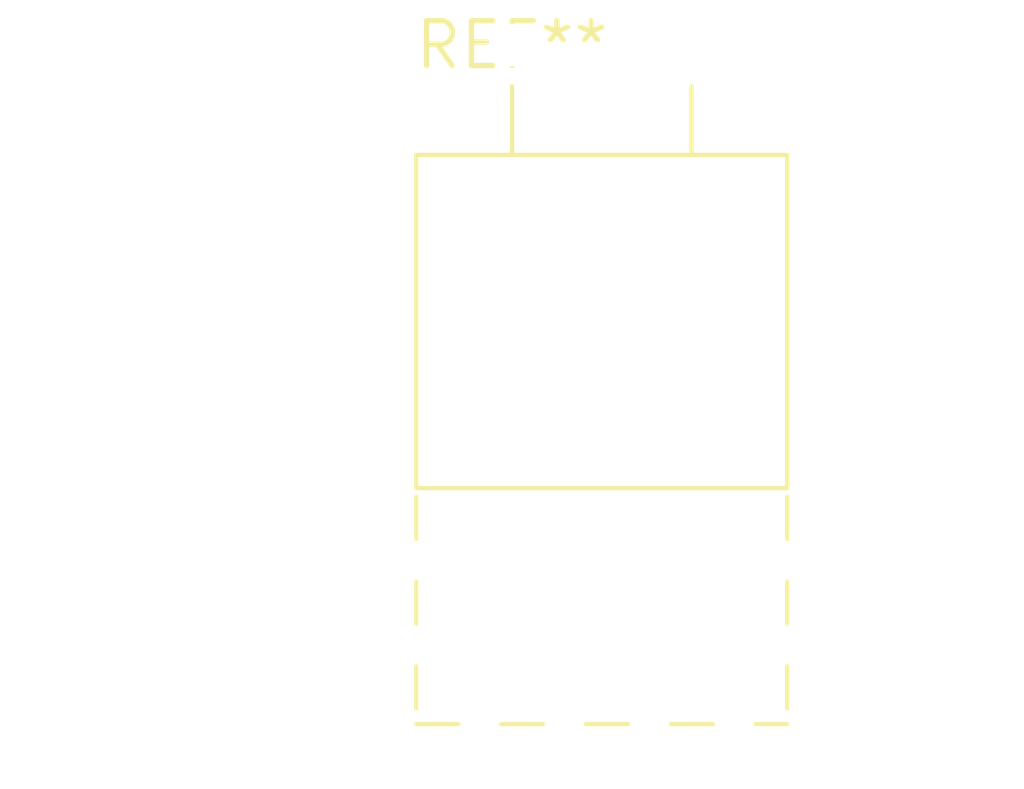
<source format=kicad_pcb>
(kicad_pcb (version 20240108) (generator pcbnew)
  (layers (0 "F.Cu" signal) (31 "B.Cu" signal) (34 "B.Paste" user) (35 "F.Paste" user) (36 "B.SilkS" user "B.Silkscreen") (37 "F.SilkS" user "F.Silkscreen") (38 "B.Mask" user) (39 "F.Mask" user) (44 "Edge.Cuts" user))
  (net 0 "")
  (footprint "TO-220F-2_Horizontal_TabUp" (layer "F.Cu") (at 0 0)
    (property "Reference" "REF**")
    (property "Value" "TO-220F-2_Horizontal_TabUp")
    (fp_line (start -2.71 3.11) (end -2.71 12.54) (layer "F.SilkS") (stroke (width 0.12)))
    (fp_line (start -2.71 3.11) (end 7.79 3.11) (layer "F.SilkS") (stroke (width 0.12)))
    (fp_line (start -2.71 12.54) (end 7.79 12.54) (layer "F.SilkS") (stroke (width 0.12)))
    (fp_line (start -2.71 12.78) (end -2.71 13.98) (layer "F.SilkS") (stroke (width 0.12)))
    (fp_line (start -2.71 15.18) (end -2.71 16.38) (layer "F.SilkS") (stroke (width 0.12)))
    (fp_line (start -2.71 17.58) (end -2.71 18.78) (layer "F.SilkS") (stroke (width 0.12)))
    (fp_line (start -2.71 19.22) (end -1.51 19.22) (layer "F.SilkS") (stroke (width 0.12)))
    (fp_line (start -0.311 19.22) (end 0.89 19.22) (layer "F.SilkS") (stroke (width 0.12)))
    (fp_line (start 0 1.15) (end 0 3.11) (layer "F.SilkS") (stroke (width 0.12)))
    (fp_line (start 2.09 19.22) (end 3.29 19.22) (layer "F.SilkS") (stroke (width 0.12)))
    (fp_line (start 4.49 19.22) (end 5.69 19.22) (layer "F.SilkS") (stroke (width 0.12)))
    (fp_line (start 5.08 1.165) (end 5.08 3.11) (layer "F.SilkS") (stroke (width 0.12)))
    (fp_line (start 6.89 19.22) (end 7.79 19.22) (layer "F.SilkS") (stroke (width 0.12)))
    (fp_line (start 7.79 3.11) (end 7.79 12.54) (layer "F.SilkS") (stroke (width 0.12)))
    (fp_line (start 7.79 12.78) (end 7.79 13.98) (layer "F.SilkS") (stroke (width 0.12)))
    (fp_line (start 7.79 15.18) (end 7.79 16.38) (layer "F.SilkS") (stroke (width 0.12)))
    (fp_line (start 7.79 17.58) (end 7.79 18.78) (layer "F.SilkS") (stroke (width 0.12)))
    (pad "" np_thru_hole oval (at 2.54 15.8) (size 3.5 3.5) (drill 3.5) (layers *.Cu *.Mask))
    (pad "1" thru_hole rect (at 0 0) (size 2 2) (drill 1.2) (layers *.Cu *.Mask) (remove_unused_layers))
    (pad "2" thru_hole oval (at 5.08 0) (size 2 2) (drill 1.2) (layers *.Cu *.Mask) (remove_unused_layers))
  )
)
</source>
